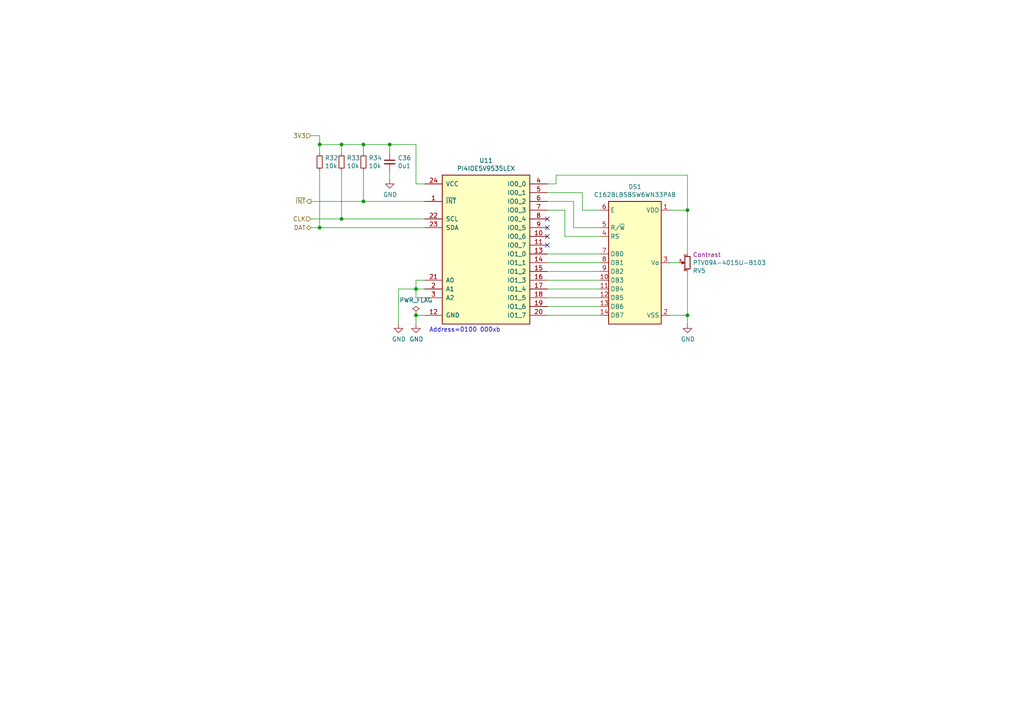
<source format=kicad_sch>
(kicad_sch (version 20211123) (generator eeschema)
  (paper "A4")
  (title_block (title "Musical Doorbell") (date "2022-01-09") (rev "A") (company "Michael Lazernik"))
  (lib_symbols
    (symbol "Doorbell_Capacitor:C_Small" (pin_numbers hide) (pin_names (offset 0.254) hide)
      (property "Reference" "C" (at 0.254 1.778 0))
      (property "Value" "C_Small" (at 0.254 -2.032 0))
      (symbol "C_Small_0_1"
        (polyline (pts (xy -1.524 -0.508) (xy 1.524 -0.508)) (stroke (width 0.3302)))
        (polyline (pts (xy -1.524 0.508) (xy 1.524 0.508)) (stroke (width 0.3048)))
      )
      (symbol "C_Small_1_1"
        (pin passive line (at 0 2.54 270) (length 2.032) (name "~") (number "1"))
        (pin passive line (at 0 -2.54 90) (length 2.032) (name "~") (number "2"))
      )
    )
    (symbol "Doorbell_Display:C162BLBSBSW6WN33PAB"
      (property "Reference" "DS" (at -6.096 19.05 0))
      (property "Value" "C162BLBSBSW6WN33PAB" (at 0 -19.05 0))
      (symbol "C162BLBSBSW6WN33PAB_0_1"
        (rectangle (start -7.62 17.78) (end 7.62 -17.78) (stroke (width 0.254)) (fill (type background)))
      )
      (symbol "C162BLBSBSW6WN33PAB_1_1"
        (pin power_in line (at 10.16 15.24 180) (length 2.54) (name "VDD") (number "1"))
        (pin bidirectional line (at -10.16 -5.08 0) (length 2.54) (name "DB3") (number "10"))
        (pin bidirectional line (at -10.16 -7.62 0) (length 2.54) (name "DB4") (number "11"))
        (pin bidirectional line (at -10.16 -10.16 0) (length 2.54) (name "DB5") (number "12"))
        (pin bidirectional line (at -10.16 -12.7 0) (length 2.54) (name "DB6") (number "13"))
        (pin bidirectional line (at -10.16 -15.24 0) (length 2.54) (name "DB7") (number "14"))
        (pin power_in line (at 10.16 -15.24 180) (length 2.54) (name "VSS") (number "2"))
        (pin input line (at 10.16 0 180) (length 2.54) (name "Vo") (number "3"))
        (pin input line (at -10.16 7.62 0) (length 2.54) (name "RS") (number "4"))
        (pin input line (at -10.16 10.16 0) (length 2.54) (name "R/~{W}") (number "5"))
        (pin input line (at -10.16 15.24 0) (length 2.54) (name "E") (number "6"))
        (pin bidirectional line (at -10.16 2.54 0) (length 2.54) (name "DB0") (number "7"))
        (pin bidirectional line (at -10.16 0 0) (length 2.54) (name "DB1") (number "8"))
        (pin bidirectional line (at -10.16 -2.54 0) (length 2.54) (name "DB2") (number "9"))
      )
    )
    (symbol "Doorbell_IC:PI4IOE5V9535LEX" (pin_names (offset 1.016))
      (property "Reference" "U" (at 0 25.4 0))
      (property "Value" "PI4IOE5V9535LEX" (at 0 22.86 0))
      (symbol "PI4IOE5V9535LEX_0_1"
        (rectangle (start -12.7 21.59) (end 12.7 -21.59) (stroke (width 0.254)) (fill (type background)))
      )
      (symbol "PI4IOE5V9535LEX_1_1"
        (pin open_collector line (at -17.78 13.97 0) (length 5.08) (name "~{INT}") (number "1"))
        (pin bidirectional line (at 17.78 3.81 180) (length 5.08) (name "IO0_6") (number "10"))
        (pin bidirectional line (at 17.78 1.27 180) (length 5.08) (name "IO0_7") (number "11"))
        (pin power_in line (at -17.78 -19.05 0) (length 5.08) (name "GND") (number "12"))
        (pin bidirectional line (at 17.78 -1.27 180) (length 5.08) (name "IO1_0") (number "13"))
        (pin bidirectional line (at 17.78 -3.81 180) (length 5.08) (name "IO1_1") (number "14"))
        (pin bidirectional line (at 17.78 -6.35 180) (length 5.08) (name "IO1_2") (number "15"))
        (pin bidirectional line (at 17.78 -8.89 180) (length 5.08) (name "IO1_3") (number "16"))
        (pin bidirectional line (at 17.78 -11.43 180) (length 5.08) (name "IO1_4") (number "17"))
        (pin bidirectional line (at 17.78 -13.97 180) (length 5.08) (name "IO1_5") (number "18"))
        (pin bidirectional line (at 17.78 -16.51 180) (length 5.08) (name "IO1_6") (number "19"))
        (pin input line (at -17.78 -11.43 0) (length 5.08) (name "A1") (number "2"))
        (pin bidirectional line (at 17.78 -19.05 180) (length 5.08) (name "IO1_7") (number "20"))
        (pin input line (at -17.78 -8.89 0) (length 5.08) (name "A0") (number "21"))
        (pin input line (at -17.78 8.89 0) (length 5.08) (name "SCL") (number "22"))
        (pin open_collector line (at -17.78 6.35 0) (length 5.08) (name "SDA") (number "23"))
        (pin power_in line (at -17.78 19.05 0) (length 5.08) (name "VCC") (number "24"))
        (pin input line (at -17.78 -13.97 0) (length 5.08) (name "A2") (number "3"))
        (pin power_out line (at 17.78 19.05 180) (length 5.08) (name "IO0_0") (number "4"))
        (pin bidirectional line (at 17.78 16.51 180) (length 5.08) (name "IO0_1") (number "5"))
        (pin bidirectional line (at 17.78 13.97 180) (length 5.08) (name "IO0_2") (number "6"))
        (pin bidirectional line (at 17.78 11.43 180) (length 5.08) (name "IO0_3") (number "7"))
        (pin bidirectional line (at 17.78 8.89 180) (length 5.08) (name "IO0_4") (number "8"))
        (pin bidirectional line (at 17.78 6.35 180) (length 5.08) (name "IO0_5") (number "9"))
      )
    )
    (symbol "Doorbell_Potentiometer:PTV09A-4015U-B103" (pin_names (offset 1.016) hide)
      (property "Reference" "RV" (at -4.445 0 90))
      (property "Value" "PTV09A-4015U-B103" (at -2.54 0 90))
      (symbol "PTV09A-4015U-B103_0_1"
        (polyline (pts (xy 0.889 0) (xy 0.635 0) (xy 1.651 0.381) (xy 1.651 -0.381) (xy 0.635 0) (xy 0.889 0)) (fill (type outline)))
        (rectangle (start 0.762 1.8034) (end -0.762 -1.8034) (stroke (width 0.254)))
      )
      (symbol "PTV09A-4015U-B103_1_1"
        (pin passive line (at 0 2.54 270) (length 0.635) (name "1") (number "1"))
        (pin passive line (at 2.54 0 180) (length 0.9906) (name "2") (number "2"))
        (pin passive line (at 0 -2.54 90) (length 0.635) (name "3") (number "3"))
      )
    )
    (symbol "Doorbell_Power:GND" (power) (pin_names (offset 0))
      (property "Value" "GND" (at 0 -3.81 0))
      (symbol "GND_0_1"
        (polyline (pts (xy 0 0) (xy 0 -1.27) (xy 1.27 -1.27) (xy 0 -2.54) (xy -1.27 -1.27) (xy 0 -1.27)))
      )
      (symbol "GND_1_1"
        (pin power_in line (at 0 0 270) (length 0) hide (name "GND") (number "1"))
      )
    )
    (symbol "Doorbell_Power:PWR_FLAG" (power) (pin_numbers hide) (pin_names (offset 0) hide)
      (property "Value" "PWR_FLAG" (at 0 3.81 0))
      (symbol "PWR_FLAG_0_0"
        (pin power_out line (at 0 0 90) (length 0) (name "pwr") (number "1"))
      )
      (symbol "PWR_FLAG_0_1"
        (polyline (pts (xy 0 0) (xy 0 1.27) (xy -1.016 1.905) (xy 0 2.54) (xy 1.016 1.905) (xy 0 1.27)))
      )
    )
    (symbol "Doorbell_Resistor:R_Small" (pin_numbers hide) (pin_names (offset 0.254) hide)
      (property "Reference" "R" (at 0.762 0.508 0))
      (property "Value" "R_Small" (at 0.762 -1.016 0))
      (symbol "R_Small_0_1"
        (rectangle (start -0.762 1.778) (end 0.762 -1.778) (stroke (width 0.2032)))
      )
      (symbol "R_Small_1_1"
        (pin passive line (at 0 2.54 270) (length 0.762) (name "~") (number "1"))
        (pin passive line (at 0 -2.54 90) (length 0.762) (name "~") (number "2"))
      )
    )
  )
  (junction (at 120.65 83.82))
  (junction (at 92.71 66.04))
  (junction (at 99.06 41.91))
  (junction (at 199.39 60.96))
  (junction (at 105.41 41.91))
  (junction (at 99.06 63.5))
  (junction (at 199.39 91.44))
  (junction (at 105.41 58.42))
  (junction (at 120.65 91.44))
  (junction (at 92.71 41.91))
  (junction (at 113.03 41.91))
  (no_connect (at 158.75 71.12))
  (no_connect (at 158.75 66.04))
  (no_connect (at 158.75 68.58))
  (no_connect (at 158.75 63.5))
  (wire (pts (xy 161.29 53.34) (xy 161.29 50.8)))
  (wire (pts (xy 92.71 49.53) (xy 92.71 66.04)))
  (wire (pts (xy 196.85 76.2) (xy 194.31 76.2)))
  (wire (pts (xy 123.19 81.28) (xy 120.65 81.28)))
  (wire (pts (xy 92.71 41.91) (xy 92.71 39.37)))
  (wire (pts (xy 158.75 83.82) (xy 173.99 83.82)))
  (wire (pts (xy 158.75 60.96) (xy 163.83 60.96)))
  (wire (pts (xy 99.06 44.45) (xy 99.06 41.91)))
  (wire (pts (xy 123.19 83.82) (xy 120.65 83.82)))
  (wire (pts (xy 158.75 86.36) (xy 173.99 86.36)))
  (wire (pts (xy 99.06 41.91) (xy 92.71 41.91)))
  (wire (pts (xy 92.71 66.04) (xy 123.19 66.04)))
  (wire (pts (xy 194.31 60.96) (xy 199.39 60.96)))
  (wire (pts (xy 199.39 60.96) (xy 199.39 73.66)))
  (wire (pts (xy 120.65 41.91) (xy 113.03 41.91)))
  (wire (pts (xy 123.19 91.44) (xy 120.65 91.44)))
  (wire (pts (xy 168.91 60.96) (xy 168.91 55.88)))
  (wire (pts (xy 163.83 68.58) (xy 163.83 60.96)))
  (wire (pts (xy 90.17 66.04) (xy 92.71 66.04)))
  (wire (pts (xy 158.75 55.88) (xy 168.91 55.88)))
  (wire (pts (xy 158.75 53.34) (xy 161.29 53.34)))
  (wire (pts (xy 158.75 78.74) (xy 173.99 78.74)))
  (wire (pts (xy 120.65 41.91) (xy 120.65 53.34)))
  (wire (pts (xy 161.29 50.8) (xy 199.39 50.8)))
  (wire (pts (xy 99.06 41.91) (xy 105.41 41.91)))
  (wire (pts (xy 92.71 41.91) (xy 92.71 44.45)))
  (wire (pts (xy 113.03 44.45) (xy 113.03 41.91)))
  (wire (pts (xy 158.75 73.66) (xy 173.99 73.66)))
  (wire (pts (xy 99.06 49.53) (xy 99.06 63.5)))
  (wire (pts (xy 199.39 50.8) (xy 199.39 60.96)))
  (wire (pts (xy 158.75 76.2) (xy 173.99 76.2)))
  (wire (pts (xy 163.83 68.58) (xy 173.99 68.58)))
  (wire (pts (xy 120.65 81.28) (xy 120.65 83.82)))
  (wire (pts (xy 199.39 91.44) (xy 199.39 78.74)))
  (wire (pts (xy 158.75 88.9) (xy 173.99 88.9)))
  (wire (pts (xy 120.65 83.82) (xy 115.57 83.82)))
  (wire (pts (xy 158.75 91.44) (xy 173.99 91.44)))
  (wire (pts (xy 113.03 41.91) (xy 105.41 41.91)))
  (wire (pts (xy 90.17 58.42) (xy 105.41 58.42)))
  (wire (pts (xy 120.65 91.44) (xy 120.65 93.98)))
  (wire (pts (xy 99.06 63.5) (xy 123.19 63.5)))
  (wire (pts (xy 194.31 91.44) (xy 199.39 91.44)))
  (wire (pts (xy 166.37 66.04) (xy 173.99 66.04)))
  (wire (pts (xy 166.37 66.04) (xy 166.37 58.42)))
  (wire (pts (xy 113.03 52.07) (xy 113.03 49.53)))
  (wire (pts (xy 120.65 86.36) (xy 123.19 86.36)))
  (wire (pts (xy 92.71 39.37) (xy 90.17 39.37)))
  (wire (pts (xy 105.41 44.45) (xy 105.41 41.91)))
  (wire (pts (xy 199.39 91.44) (xy 199.39 93.98)))
  (wire (pts (xy 105.41 58.42) (xy 123.19 58.42)))
  (wire (pts (xy 90.17 63.5) (xy 99.06 63.5)))
  (wire (pts (xy 120.65 83.82) (xy 120.65 86.36)))
  (wire (pts (xy 105.41 49.53) (xy 105.41 58.42)))
  (wire (pts (xy 123.19 53.34) (xy 120.65 53.34)))
  (wire (pts (xy 168.91 60.96) (xy 173.99 60.96)))
  (wire (pts (xy 158.75 58.42) (xy 166.37 58.42)))
  (wire (pts (xy 115.57 83.82) (xy 115.57 93.98)))
  (wire (pts (xy 158.75 81.28) (xy 173.99 81.28)))
  (text "Address=0100 000xb" (at 124.46 96.52 0) (effects (font (size 1.27 1.27)) (justify left bottom)))
  (hierarchical_label "3V3" (shape input) (at 90.17 39.37 180))
  (hierarchical_label "CLK" (shape input) (at 90.17 63.5 180))
  (hierarchical_label "~{INT}" (shape output) (at 90.17 58.42 180))
  (hierarchical_label "DAT" (shape bidirectional) (at 90.17 66.04 180))
  (symbol (lib_id "Doorbell_Display:C162BLBSBSW6WN33PAB") (at 184.15 76.2 0) (unit 1)
    (property "Reference" "DS1" (at 184.15 54.1782 0))
    (property "Value" "C162BLBSBSW6WN33PAB" (at 184.15 56.4896 0))
    (property "Footprint" "Display:C162BLBSBSW6WN33PAB" (effects hide))
    (property "Datasheet" "https://focuslcds.com/content/C162BLBSBSW6WN33PAB_Spec.pdf" (effects hide))
  )
  (symbol (lib_id "Doorbell_Potentiometer:PTV09A-4015U-B103") (at 199.39 76.2 0) (mirror y) (unit 1)
    (property "Reference" "RV5" (at 200.914 78.5114 0) (effects (justify right)))
    (property "Value" "PTV09A-4015U-B103" (at 200.914 76.2 0) (effects (justify right)))
    (property "Footprint" "Potentiometer:PTV09A-4015U-B103" (effects hide))
    (property "Function" "Contrast" (at 200.914 73.8886 0) (effects (justify right)))
  )
  (symbol (lib_id "Doorbell_Power:GND") (at 199.39 93.98 0) (unit 1)
    (property "Reference" "#PWR055" (effects hide))
    (property "Value" "GND" (at 199.517 98.3742 0))
  )
  (symbol (lib_id "Doorbell_IC:PI4IOE5V9535LEX") (at 140.97 72.39 0) (unit 1)
    (property "Reference" "U11" (at 140.97 46.5582 0))
    (property "Value" "PI4IOE5V9535LEX" (at 140.97 48.8696 0))
    (property "Footprint" "Package_SO:TSSOP-24_4.4x7.8mm_P0.65mm" (effects hide))
    (property "Datasheet" "https://www.diodes.com/assets/Datasheets/PI4IOE5V9535.pdf" (effects hide))
  )
  (symbol (lib_id "Doorbell_Power:GND") (at 120.65 93.98 0) (unit 1)
    (property "Reference" "#PWR054" (effects hide))
    (property "Value" "GND" (at 120.777 98.3742 0))
  )
  (symbol (lib_id "Doorbell_Capacitor:C_Small") (at 113.03 46.99 0) (unit 1)
    (property "Reference" "C36" (at 115.3668 45.8216 0) (effects (justify left)))
    (property "Value" "0u1" (at 115.3668 48.133 0) (effects (justify left)))
    (property "Footprint" "Capacitor_SMD:C_0603_1608Metric_Pad1.08x0.95mm_HandSolder" (effects hide))
  )
  (symbol (lib_id "Doorbell_Resistor:R_Small") (at 105.41 46.99 0) (unit 1)
    (property "Reference" "R34" (at 106.9086 45.8216 0) (effects (justify left)))
    (property "Value" "10k" (at 106.9086 48.133 0) (effects (justify left)))
    (property "Footprint" "Resistor_SMD:R_0603_1608Metric_Pad0.98x0.95mm_HandSolder" (effects hide))
  )
  (symbol (lib_id "Doorbell_Resistor:R_Small") (at 99.06 46.99 0) (unit 1)
    (property "Reference" "R33" (at 100.5586 45.8216 0) (effects (justify left)))
    (property "Value" "10k" (at 100.5586 48.133 0) (effects (justify left)))
    (property "Footprint" "Resistor_SMD:R_0603_1608Metric_Pad0.98x0.95mm_HandSolder" (effects hide))
  )
  (symbol (lib_id "Doorbell_Resistor:R_Small") (at 92.71 46.99 0) (unit 1)
    (property "Reference" "R32" (at 94.2086 45.8216 0) (effects (justify left)))
    (property "Value" "10k" (at 94.2086 48.133 0) (effects (justify left)))
    (property "Footprint" "Resistor_SMD:R_0603_1608Metric_Pad0.98x0.95mm_HandSolder" (effects hide))
  )
  (symbol (lib_id "Doorbell_Power:GND") (at 113.03 52.07 0) (unit 1)
    (property "Reference" "#PWR053" (effects hide))
    (property "Value" "GND" (at 113.157 56.4642 0))
  )
  (symbol (lib_id "Doorbell_Power:GND") (at 115.57 93.98 0) (unit 1)
    (property "Reference" "#PWR0101" (effects hide))
    (property "Value" "GND" (at 115.697 98.3742 0))
  )
  (symbol (lib_id "Doorbell_Power:PWR_FLAG") (at 120.65 91.44 0) (unit 1)
    (property "Reference" "#FLG0102" (effects hide))
    (property "Value" "PWR_FLAG" (at 120.65 87.0458 0))
  )
)
</source>
